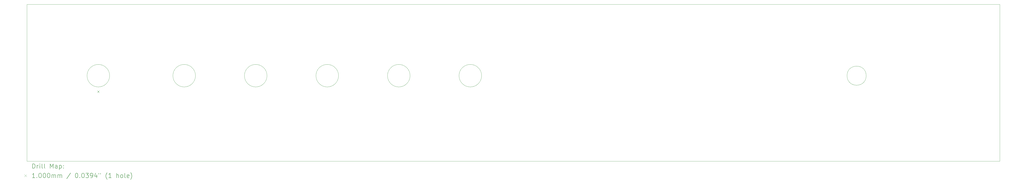
<source format=gbr>
%FSLAX45Y45*%
G04 Gerber Fmt 4.5, Leading zero omitted, Abs format (unit mm)*
G04 Created by KiCad (PCBNEW 6.0.6-3a73a75311~116~ubuntu22.04.1) date 2022-07-16 14:16:27*
%MOMM*%
%LPD*%
G01*
G04 APERTURE LIST*
%TA.AperFunction,Profile*%
%ADD10C,0.050000*%
%TD*%
%ADD11C,0.200000*%
%ADD12C,0.100000*%
G04 APERTURE END LIST*
D10*
X6731000Y-16891000D02*
X49911000Y-16891000D01*
X14217650Y-20066000D02*
G75*
G03*
X14217650Y-20066000I-501650J0D01*
G01*
X43986000Y-20066000D02*
G75*
G03*
X43986000Y-20066000I-425000J0D01*
G01*
X6731000Y-16891000D02*
X6731000Y-23876000D01*
X23742650Y-20066000D02*
G75*
G03*
X23742650Y-20066000I-501650J0D01*
G01*
X10407650Y-20066000D02*
G75*
G03*
X10407650Y-20066000I-501650J0D01*
G01*
X17392650Y-20066000D02*
G75*
G03*
X17392650Y-20066000I-501650J0D01*
G01*
X6731000Y-23876000D02*
X49911000Y-23876000D01*
X49911000Y-16891000D02*
X49911000Y-23876000D01*
X20567650Y-20066000D02*
G75*
G03*
X20567650Y-20066000I-501650J0D01*
G01*
X26917650Y-20066000D02*
G75*
G03*
X26917650Y-20066000I-501650J0D01*
G01*
D11*
D12*
X9856000Y-20727200D02*
X9956000Y-20827200D01*
X9956000Y-20727200D02*
X9856000Y-20827200D01*
D11*
X6986119Y-24188976D02*
X6986119Y-23988976D01*
X7033738Y-23988976D01*
X7062309Y-23998500D01*
X7081357Y-24017548D01*
X7090881Y-24036595D01*
X7100405Y-24074690D01*
X7100405Y-24103262D01*
X7090881Y-24141357D01*
X7081357Y-24160405D01*
X7062309Y-24179452D01*
X7033738Y-24188976D01*
X6986119Y-24188976D01*
X7186119Y-24188976D02*
X7186119Y-24055643D01*
X7186119Y-24093738D02*
X7195643Y-24074690D01*
X7205167Y-24065167D01*
X7224214Y-24055643D01*
X7243262Y-24055643D01*
X7309928Y-24188976D02*
X7309928Y-24055643D01*
X7309928Y-23988976D02*
X7300405Y-23998500D01*
X7309928Y-24008024D01*
X7319452Y-23998500D01*
X7309928Y-23988976D01*
X7309928Y-24008024D01*
X7433738Y-24188976D02*
X7414690Y-24179452D01*
X7405167Y-24160405D01*
X7405167Y-23988976D01*
X7538500Y-24188976D02*
X7519452Y-24179452D01*
X7509928Y-24160405D01*
X7509928Y-23988976D01*
X7767071Y-24188976D02*
X7767071Y-23988976D01*
X7833738Y-24131833D01*
X7900405Y-23988976D01*
X7900405Y-24188976D01*
X8081357Y-24188976D02*
X8081357Y-24084214D01*
X8071833Y-24065167D01*
X8052786Y-24055643D01*
X8014690Y-24055643D01*
X7995643Y-24065167D01*
X8081357Y-24179452D02*
X8062309Y-24188976D01*
X8014690Y-24188976D01*
X7995643Y-24179452D01*
X7986119Y-24160405D01*
X7986119Y-24141357D01*
X7995643Y-24122309D01*
X8014690Y-24112786D01*
X8062309Y-24112786D01*
X8081357Y-24103262D01*
X8176595Y-24055643D02*
X8176595Y-24255643D01*
X8176595Y-24065167D02*
X8195643Y-24055643D01*
X8233738Y-24055643D01*
X8252786Y-24065167D01*
X8262309Y-24074690D01*
X8271833Y-24093738D01*
X8271833Y-24150881D01*
X8262309Y-24169928D01*
X8252786Y-24179452D01*
X8233738Y-24188976D01*
X8195643Y-24188976D01*
X8176595Y-24179452D01*
X8357548Y-24169928D02*
X8367071Y-24179452D01*
X8357548Y-24188976D01*
X8348024Y-24179452D01*
X8357548Y-24169928D01*
X8357548Y-24188976D01*
X8357548Y-24065167D02*
X8367071Y-24074690D01*
X8357548Y-24084214D01*
X8348024Y-24074690D01*
X8357548Y-24065167D01*
X8357548Y-24084214D01*
D12*
X6628500Y-24468500D02*
X6728500Y-24568500D01*
X6728500Y-24468500D02*
X6628500Y-24568500D01*
D11*
X7090881Y-24608976D02*
X6976595Y-24608976D01*
X7033738Y-24608976D02*
X7033738Y-24408976D01*
X7014690Y-24437548D01*
X6995643Y-24456595D01*
X6976595Y-24466119D01*
X7176595Y-24589928D02*
X7186119Y-24599452D01*
X7176595Y-24608976D01*
X7167071Y-24599452D01*
X7176595Y-24589928D01*
X7176595Y-24608976D01*
X7309928Y-24408976D02*
X7328976Y-24408976D01*
X7348024Y-24418500D01*
X7357548Y-24428024D01*
X7367071Y-24447071D01*
X7376595Y-24485167D01*
X7376595Y-24532786D01*
X7367071Y-24570881D01*
X7357548Y-24589928D01*
X7348024Y-24599452D01*
X7328976Y-24608976D01*
X7309928Y-24608976D01*
X7290881Y-24599452D01*
X7281357Y-24589928D01*
X7271833Y-24570881D01*
X7262309Y-24532786D01*
X7262309Y-24485167D01*
X7271833Y-24447071D01*
X7281357Y-24428024D01*
X7290881Y-24418500D01*
X7309928Y-24408976D01*
X7500405Y-24408976D02*
X7519452Y-24408976D01*
X7538500Y-24418500D01*
X7548024Y-24428024D01*
X7557548Y-24447071D01*
X7567071Y-24485167D01*
X7567071Y-24532786D01*
X7557548Y-24570881D01*
X7548024Y-24589928D01*
X7538500Y-24599452D01*
X7519452Y-24608976D01*
X7500405Y-24608976D01*
X7481357Y-24599452D01*
X7471833Y-24589928D01*
X7462309Y-24570881D01*
X7452786Y-24532786D01*
X7452786Y-24485167D01*
X7462309Y-24447071D01*
X7471833Y-24428024D01*
X7481357Y-24418500D01*
X7500405Y-24408976D01*
X7690881Y-24408976D02*
X7709928Y-24408976D01*
X7728976Y-24418500D01*
X7738500Y-24428024D01*
X7748024Y-24447071D01*
X7757548Y-24485167D01*
X7757548Y-24532786D01*
X7748024Y-24570881D01*
X7738500Y-24589928D01*
X7728976Y-24599452D01*
X7709928Y-24608976D01*
X7690881Y-24608976D01*
X7671833Y-24599452D01*
X7662309Y-24589928D01*
X7652786Y-24570881D01*
X7643262Y-24532786D01*
X7643262Y-24485167D01*
X7652786Y-24447071D01*
X7662309Y-24428024D01*
X7671833Y-24418500D01*
X7690881Y-24408976D01*
X7843262Y-24608976D02*
X7843262Y-24475643D01*
X7843262Y-24494690D02*
X7852786Y-24485167D01*
X7871833Y-24475643D01*
X7900405Y-24475643D01*
X7919452Y-24485167D01*
X7928976Y-24504214D01*
X7928976Y-24608976D01*
X7928976Y-24504214D02*
X7938500Y-24485167D01*
X7957548Y-24475643D01*
X7986119Y-24475643D01*
X8005167Y-24485167D01*
X8014690Y-24504214D01*
X8014690Y-24608976D01*
X8109928Y-24608976D02*
X8109928Y-24475643D01*
X8109928Y-24494690D02*
X8119452Y-24485167D01*
X8138500Y-24475643D01*
X8167071Y-24475643D01*
X8186119Y-24485167D01*
X8195643Y-24504214D01*
X8195643Y-24608976D01*
X8195643Y-24504214D02*
X8205167Y-24485167D01*
X8224214Y-24475643D01*
X8252786Y-24475643D01*
X8271833Y-24485167D01*
X8281357Y-24504214D01*
X8281357Y-24608976D01*
X8671833Y-24399452D02*
X8500405Y-24656595D01*
X8928976Y-24408976D02*
X8948024Y-24408976D01*
X8967071Y-24418500D01*
X8976595Y-24428024D01*
X8986119Y-24447071D01*
X8995643Y-24485167D01*
X8995643Y-24532786D01*
X8986119Y-24570881D01*
X8976595Y-24589928D01*
X8967071Y-24599452D01*
X8948024Y-24608976D01*
X8928976Y-24608976D01*
X8909929Y-24599452D01*
X8900405Y-24589928D01*
X8890881Y-24570881D01*
X8881357Y-24532786D01*
X8881357Y-24485167D01*
X8890881Y-24447071D01*
X8900405Y-24428024D01*
X8909929Y-24418500D01*
X8928976Y-24408976D01*
X9081357Y-24589928D02*
X9090881Y-24599452D01*
X9081357Y-24608976D01*
X9071833Y-24599452D01*
X9081357Y-24589928D01*
X9081357Y-24608976D01*
X9214690Y-24408976D02*
X9233738Y-24408976D01*
X9252786Y-24418500D01*
X9262310Y-24428024D01*
X9271833Y-24447071D01*
X9281357Y-24485167D01*
X9281357Y-24532786D01*
X9271833Y-24570881D01*
X9262310Y-24589928D01*
X9252786Y-24599452D01*
X9233738Y-24608976D01*
X9214690Y-24608976D01*
X9195643Y-24599452D01*
X9186119Y-24589928D01*
X9176595Y-24570881D01*
X9167071Y-24532786D01*
X9167071Y-24485167D01*
X9176595Y-24447071D01*
X9186119Y-24428024D01*
X9195643Y-24418500D01*
X9214690Y-24408976D01*
X9348024Y-24408976D02*
X9471833Y-24408976D01*
X9405167Y-24485167D01*
X9433738Y-24485167D01*
X9452786Y-24494690D01*
X9462310Y-24504214D01*
X9471833Y-24523262D01*
X9471833Y-24570881D01*
X9462310Y-24589928D01*
X9452786Y-24599452D01*
X9433738Y-24608976D01*
X9376595Y-24608976D01*
X9357548Y-24599452D01*
X9348024Y-24589928D01*
X9567071Y-24608976D02*
X9605167Y-24608976D01*
X9624214Y-24599452D01*
X9633738Y-24589928D01*
X9652786Y-24561357D01*
X9662310Y-24523262D01*
X9662310Y-24447071D01*
X9652786Y-24428024D01*
X9643262Y-24418500D01*
X9624214Y-24408976D01*
X9586119Y-24408976D01*
X9567071Y-24418500D01*
X9557548Y-24428024D01*
X9548024Y-24447071D01*
X9548024Y-24494690D01*
X9557548Y-24513738D01*
X9567071Y-24523262D01*
X9586119Y-24532786D01*
X9624214Y-24532786D01*
X9643262Y-24523262D01*
X9652786Y-24513738D01*
X9662310Y-24494690D01*
X9833738Y-24475643D02*
X9833738Y-24608976D01*
X9786119Y-24399452D02*
X9738500Y-24542309D01*
X9862310Y-24542309D01*
X9928976Y-24408976D02*
X9928976Y-24447071D01*
X10005167Y-24408976D02*
X10005167Y-24447071D01*
X10300405Y-24685167D02*
X10290881Y-24675643D01*
X10271833Y-24647071D01*
X10262310Y-24628024D01*
X10252786Y-24599452D01*
X10243262Y-24551833D01*
X10243262Y-24513738D01*
X10252786Y-24466119D01*
X10262310Y-24437548D01*
X10271833Y-24418500D01*
X10290881Y-24389928D01*
X10300405Y-24380405D01*
X10481357Y-24608976D02*
X10367071Y-24608976D01*
X10424214Y-24608976D02*
X10424214Y-24408976D01*
X10405167Y-24437548D01*
X10386119Y-24456595D01*
X10367071Y-24466119D01*
X10719452Y-24608976D02*
X10719452Y-24408976D01*
X10805167Y-24608976D02*
X10805167Y-24504214D01*
X10795643Y-24485167D01*
X10776595Y-24475643D01*
X10748024Y-24475643D01*
X10728976Y-24485167D01*
X10719452Y-24494690D01*
X10928976Y-24608976D02*
X10909929Y-24599452D01*
X10900405Y-24589928D01*
X10890881Y-24570881D01*
X10890881Y-24513738D01*
X10900405Y-24494690D01*
X10909929Y-24485167D01*
X10928976Y-24475643D01*
X10957548Y-24475643D01*
X10976595Y-24485167D01*
X10986119Y-24494690D01*
X10995643Y-24513738D01*
X10995643Y-24570881D01*
X10986119Y-24589928D01*
X10976595Y-24599452D01*
X10957548Y-24608976D01*
X10928976Y-24608976D01*
X11109929Y-24608976D02*
X11090881Y-24599452D01*
X11081357Y-24580405D01*
X11081357Y-24408976D01*
X11262309Y-24599452D02*
X11243262Y-24608976D01*
X11205167Y-24608976D01*
X11186119Y-24599452D01*
X11176595Y-24580405D01*
X11176595Y-24504214D01*
X11186119Y-24485167D01*
X11205167Y-24475643D01*
X11243262Y-24475643D01*
X11262309Y-24485167D01*
X11271833Y-24504214D01*
X11271833Y-24523262D01*
X11176595Y-24542309D01*
X11338500Y-24685167D02*
X11348024Y-24675643D01*
X11367071Y-24647071D01*
X11376595Y-24628024D01*
X11386119Y-24599452D01*
X11395643Y-24551833D01*
X11395643Y-24513738D01*
X11386119Y-24466119D01*
X11376595Y-24437548D01*
X11367071Y-24418500D01*
X11348024Y-24389928D01*
X11338500Y-24380405D01*
M02*

</source>
